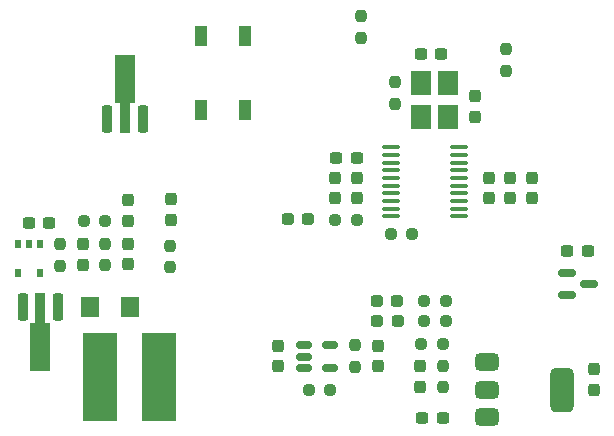
<source format=gtp>
G04 #@! TF.GenerationSoftware,KiCad,Pcbnew,7.0.11-7.0.11~ubuntu22.04.1*
G04 #@! TF.CreationDate,2024-04-10T12:23:29+02:00*
G04 #@! TF.ProjectId,pcb_rduhr_lderyck,7063625f-7264-4756-9872-5f6c64657279,rev?*
G04 #@! TF.SameCoordinates,Original*
G04 #@! TF.FileFunction,Paste,Top*
G04 #@! TF.FilePolarity,Positive*
%FSLAX46Y46*%
G04 Gerber Fmt 4.6, Leading zero omitted, Abs format (unit mm)*
G04 Created by KiCad (PCBNEW 7.0.11-7.0.11~ubuntu22.04.1) date 2024-04-10 12:23:29*
%MOMM*%
%LPD*%
G01*
G04 APERTURE LIST*
G04 Aperture macros list*
%AMRoundRect*
0 Rectangle with rounded corners*
0 $1 Rounding radius*
0 $2 $3 $4 $5 $6 $7 $8 $9 X,Y pos of 4 corners*
0 Add a 4 corners polygon primitive as box body*
4,1,4,$2,$3,$4,$5,$6,$7,$8,$9,$2,$3,0*
0 Add four circle primitives for the rounded corners*
1,1,$1+$1,$2,$3*
1,1,$1+$1,$4,$5*
1,1,$1+$1,$6,$7*
1,1,$1+$1,$8,$9*
0 Add four rect primitives between the rounded corners*
20,1,$1+$1,$2,$3,$4,$5,0*
20,1,$1+$1,$4,$5,$6,$7,0*
20,1,$1+$1,$6,$7,$8,$9,0*
20,1,$1+$1,$8,$9,$2,$3,0*%
%AMFreePoly0*
4,1,9,5.362500,-0.866500,1.237500,-0.866500,1.237500,-0.450000,-1.237500,-0.450000,-1.237500,0.450000,1.237500,0.450000,1.237500,0.866500,5.362500,0.866500,5.362500,-0.866500,5.362500,-0.866500,$1*%
G04 Aperture macros list end*
%ADD10RoundRect,0.237500X0.237500X-0.250000X0.237500X0.250000X-0.237500X0.250000X-0.237500X-0.250000X0*%
%ADD11RoundRect,0.237500X-0.237500X0.300000X-0.237500X-0.300000X0.237500X-0.300000X0.237500X0.300000X0*%
%ADD12RoundRect,0.237500X-0.250000X-0.237500X0.250000X-0.237500X0.250000X0.237500X-0.250000X0.237500X0*%
%ADD13RoundRect,0.237500X0.250000X0.237500X-0.250000X0.237500X-0.250000X-0.237500X0.250000X-0.237500X0*%
%ADD14R,3.000000X7.500000*%
%ADD15RoundRect,0.237500X0.287500X0.237500X-0.287500X0.237500X-0.287500X-0.237500X0.287500X-0.237500X0*%
%ADD16RoundRect,0.150000X-0.512500X-0.150000X0.512500X-0.150000X0.512500X0.150000X-0.512500X0.150000X0*%
%ADD17RoundRect,0.237500X0.237500X-0.300000X0.237500X0.300000X-0.237500X0.300000X-0.237500X-0.300000X0*%
%ADD18R,1.800000X2.100000*%
%ADD19RoundRect,0.375000X-0.625000X-0.375000X0.625000X-0.375000X0.625000X0.375000X-0.625000X0.375000X0*%
%ADD20RoundRect,0.500000X-0.500000X-1.400000X0.500000X-1.400000X0.500000X1.400000X-0.500000X1.400000X0*%
%ADD21RoundRect,0.237500X-0.237500X0.250000X-0.237500X-0.250000X0.237500X-0.250000X0.237500X0.250000X0*%
%ADD22RoundRect,0.237500X-0.300000X-0.237500X0.300000X-0.237500X0.300000X0.237500X-0.300000X0.237500X0*%
%ADD23RoundRect,0.237500X-0.237500X0.287500X-0.237500X-0.287500X0.237500X-0.287500X0.237500X0.287500X0*%
%ADD24R,0.550000X0.800000*%
%ADD25RoundRect,0.225000X-0.225000X0.925000X-0.225000X-0.925000X0.225000X-0.925000X0.225000X0.925000X0*%
%ADD26FreePoly0,270.000000*%
%ADD27RoundRect,0.225000X0.225000X-0.925000X0.225000X0.925000X-0.225000X0.925000X-0.225000X-0.925000X0*%
%ADD28FreePoly0,90.000000*%
%ADD29RoundRect,0.237500X-0.287500X-0.237500X0.287500X-0.237500X0.287500X0.237500X-0.287500X0.237500X0*%
%ADD30RoundRect,0.100000X-0.637500X-0.100000X0.637500X-0.100000X0.637500X0.100000X-0.637500X0.100000X0*%
%ADD31RoundRect,0.150000X-0.587500X-0.150000X0.587500X-0.150000X0.587500X0.150000X-0.587500X0.150000X0*%
%ADD32R,1.100000X1.800000*%
%ADD33RoundRect,0.237500X0.300000X0.237500X-0.300000X0.237500X-0.300000X-0.237500X0.300000X-0.237500X0*%
%ADD34R,1.520000X1.680000*%
G04 APERTURE END LIST*
D10*
X89472000Y-85750522D03*
X89472000Y-83925522D03*
D11*
X116416884Y-78179188D03*
X116416884Y-79904188D03*
D12*
X110679465Y-92232905D03*
X112504465Y-92232905D03*
D13*
X112780000Y-88600000D03*
X110955000Y-88600000D03*
D14*
X88500000Y-95000000D03*
X83500000Y-95000000D03*
D15*
X108680000Y-88600000D03*
X106930000Y-88600000D03*
D16*
X100735668Y-92360000D03*
X100735668Y-93310000D03*
X100735668Y-94260000D03*
X103010668Y-94260000D03*
X103010668Y-92360000D03*
D17*
X82035317Y-85535519D03*
X82035317Y-83810519D03*
D18*
X110700000Y-70100000D03*
X110700000Y-73000000D03*
X113000000Y-73000000D03*
X113000000Y-70100000D03*
D19*
X116300000Y-93800000D03*
X116300000Y-96100000D03*
D20*
X122600000Y-96100000D03*
D19*
X116300000Y-98400000D03*
D13*
X102983168Y-96100000D03*
X101158168Y-96100000D03*
D10*
X105600000Y-66312500D03*
X105600000Y-64487500D03*
D21*
X83949999Y-83737506D03*
X83949999Y-85562506D03*
D22*
X123056315Y-84352189D03*
X124781315Y-84352189D03*
D23*
X89500000Y-79950000D03*
X89500000Y-81700000D03*
D11*
X103440679Y-78161818D03*
X103440679Y-79886818D03*
X120088326Y-78176652D03*
X120088326Y-79901652D03*
D12*
X108100000Y-82900000D03*
X109925000Y-82900000D03*
D11*
X105285394Y-78165292D03*
X105285394Y-79890292D03*
D21*
X80084822Y-83798217D03*
X80084822Y-85623217D03*
D11*
X85869050Y-83761905D03*
X85869050Y-85486905D03*
X107020039Y-92397978D03*
X107020039Y-94122978D03*
D17*
X125319312Y-96102977D03*
X125319312Y-94377977D03*
D24*
X78450000Y-83800000D03*
X77500000Y-83800000D03*
X76550000Y-83800000D03*
X76550000Y-86200000D03*
X78450000Y-86200000D03*
D11*
X98548493Y-92395965D03*
X98548493Y-94120965D03*
X110635215Y-94141964D03*
X110635215Y-95866964D03*
D13*
X83951234Y-81830863D03*
X82126234Y-81830863D03*
D21*
X117900000Y-67275000D03*
X117900000Y-69100000D03*
D25*
X79959725Y-89099306D03*
D26*
X78459725Y-89186806D03*
D25*
X76959725Y-89099306D03*
D27*
X84122570Y-73210303D03*
D28*
X85622570Y-73122803D03*
D27*
X87122570Y-73210303D03*
D22*
X110680418Y-67725120D03*
X112405418Y-67725120D03*
D29*
X99391275Y-81683729D03*
X101141275Y-81683729D03*
D22*
X77482732Y-81979763D03*
X79207732Y-81979763D03*
D29*
X106980000Y-90300000D03*
X108730000Y-90300000D03*
D22*
X103506943Y-76507539D03*
X105231943Y-76507539D03*
D13*
X112767500Y-90300000D03*
X110942500Y-90300000D03*
D21*
X105070668Y-92354575D03*
X105070668Y-94179575D03*
D17*
X85893826Y-81792746D03*
X85893826Y-80067746D03*
X115260699Y-72979493D03*
X115260699Y-71254493D03*
D13*
X105225000Y-81700000D03*
X103400000Y-81700000D03*
D21*
X108469612Y-70088892D03*
X108469612Y-71913892D03*
D11*
X118257424Y-78184137D03*
X118257424Y-79909137D03*
D30*
X108137500Y-75575000D03*
X108137500Y-76225000D03*
X108137500Y-76875000D03*
X108137500Y-77525000D03*
X108137500Y-78175000D03*
X108137500Y-78825000D03*
X108137500Y-79475000D03*
X108137500Y-80125000D03*
X108137500Y-80775000D03*
X108137500Y-81425000D03*
X113862500Y-81425000D03*
X113862500Y-80775000D03*
X113862500Y-80125000D03*
X113862500Y-79475000D03*
X113862500Y-78825000D03*
X113862500Y-78175000D03*
X113862500Y-77525000D03*
X113862500Y-76875000D03*
X113862500Y-76225000D03*
X113862500Y-75575000D03*
D31*
X123059481Y-86191142D03*
X123059481Y-88091142D03*
X124934481Y-87141142D03*
D21*
X112542752Y-94091964D03*
X112542752Y-95916964D03*
D32*
X92050000Y-72400000D03*
X92050000Y-66200000D03*
X95750000Y-72400000D03*
X95750000Y-66200000D03*
D33*
X112511013Y-98512792D03*
X110786013Y-98512792D03*
D34*
X86017902Y-89128241D03*
X82617902Y-89128241D03*
M02*

</source>
